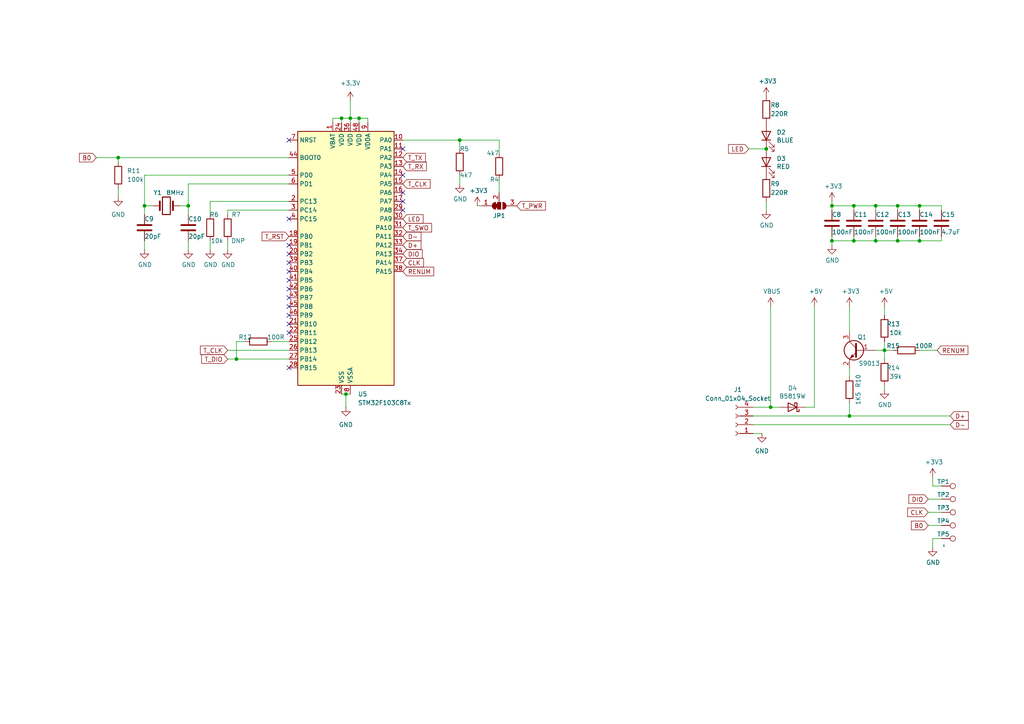
<source format=kicad_sch>
(kicad_sch (version 20231120) (generator "eeschema") (generator_version "8.0")
  (paper "A4")
  (lib_symbols
    (symbol "Connector:Conn_01x04_Socket" (pin_names (offset 1.016) hide)
      (property "Reference" "J" (at 0 5.08 0))
      (property "Value" "Conn_01x04_Socket" (at 0 -7.62 0))
      (symbol "Conn_01x04_Socket_1_1"
        (arc (start 0 -4.572) (mid -0.5058 -5.08) (end 0 -5.588) (stroke (width 0.1524)))
        (arc (start 0 -2.032) (mid -0.5058 -2.54) (end 0 -3.048) (stroke (width 0.1524)))
        (polyline (pts (xy -1.27 -5.08) (xy -0.508 -5.08)) (stroke (width 0.1524)))
        (polyline (pts (xy -1.27 -2.54) (xy -0.508 -2.54)) (stroke (width 0.1524)))
        (polyline (pts (xy -1.27 0) (xy -0.508 0)) (stroke (width 0.1524)))
        (polyline (pts (xy -1.27 2.54) (xy -0.508 2.54)) (stroke (width 0.1524)))
        (arc (start 0 0.508) (mid -0.5058 0) (end 0 -0.508) (stroke (width 0.1524)))
        (arc (start 0 3.048) (mid -0.5058 2.54) (end 0 2.032) (stroke (width 0.1524)))
        (pin passive line (at -5.08 2.54 0) (length 3.81) (name "Pin_1") (number "1"))
        (pin passive line (at -5.08 0 0) (length 3.81) (name "Pin_2") (number "2"))
        (pin passive line (at -5.08 -2.54 0) (length 3.81) (name "Pin_3") (number "3"))
        (pin passive line (at -5.08 -5.08 0) (length 3.81) (name "Pin_4") (number "4"))
      )
    )
    (symbol "Connector:TestPoint" (pin_numbers hide) (pin_names (offset 0.762) hide)
      (property "Reference" "TP" (at 0 6.858 0))
      (property "Value" "TestPoint" (at 0 5.08 0))
      (symbol "TestPoint_0_1"
        (circle (center 0 3.302) (radius 0.762))
      )
      (symbol "TestPoint_1_1"
        (pin passive line (at 0 0 90) (length 2.54) (name "1") (number "1"))
      )
    )
    (symbol "Device:C" (pin_numbers hide) (pin_names (offset 0.254))
      (property "Reference" "C" (at 0.635 2.54 0))
      (property "Value" "C" (at 0.635 -2.54 0))
      (symbol "C_0_1"
        (polyline (pts (xy -2.032 -0.762) (xy 2.032 -0.762)) (stroke (width 0.508)))
        (polyline (pts (xy -2.032 0.762) (xy 2.032 0.762)) (stroke (width 0.508)))
      )
      (symbol "C_1_1"
        (pin passive line (at 0 3.81 270) (length 2.794) (name "~") (number "1"))
        (pin passive line (at 0 -3.81 90) (length 2.794) (name "~") (number "2"))
      )
    )
    (symbol "Device:Crystal" (pin_numbers hide) (pin_names (offset 1.016) hide)
      (property "Reference" "Y" (at 0 3.81 0))
      (property "Value" "Crystal" (at 0 -3.81 0))
      (symbol "Crystal_0_1"
        (rectangle (start -1.143 2.54) (end 1.143 -2.54) (stroke (width 0.3048)))
        (polyline (pts (xy -2.54 0) (xy -1.905 0)))
        (polyline (pts (xy -1.905 -1.27) (xy -1.905 1.27)) (stroke (width 0.508)))
        (polyline (pts (xy 1.905 -1.27) (xy 1.905 1.27)) (stroke (width 0.508)))
        (polyline (pts (xy 2.54 0) (xy 1.905 0)))
      )
      (symbol "Crystal_1_1"
        (pin passive line (at -3.81 0 0) (length 1.27) (name "1") (number "1"))
        (pin passive line (at 3.81 0 180) (length 1.27) (name "2") (number "2"))
      )
    )
    (symbol "Device:D_Schottky" (pin_numbers hide) (pin_names (offset 1.016) hide)
      (property "Reference" "D" (at 0 2.54 0))
      (property "Value" "D_Schottky" (at 0 -2.54 0))
      (symbol "D_Schottky_0_1"
        (polyline (pts (xy 1.27 0) (xy -1.27 0)))
        (polyline (pts (xy 1.27 1.27) (xy 1.27 -1.27) (xy -1.27 0) (xy 1.27 1.27)) (stroke (width 0.254)))
        (polyline (pts (xy -1.905 0.635) (xy -1.905 1.27) (xy -1.27 1.27) (xy -1.27 -1.27) (xy -0.635 -1.27) (xy -0.635 -0.635)) (stroke (width 0.254)))
      )
      (symbol "D_Schottky_1_1"
        (pin passive line (at -3.81 0 0) (length 2.54) (name "K") (number "1"))
        (pin passive line (at 3.81 0 180) (length 2.54) (name "A") (number "2"))
      )
    )
    (symbol "Device:LED" (pin_numbers hide) (pin_names (offset 1.016) hide)
      (property "Reference" "D" (at 0 2.54 0))
      (property "Value" "LED" (at 0 -2.54 0))
      (symbol "LED_0_1"
        (polyline (pts (xy -1.27 -1.27) (xy -1.27 1.27)) (stroke (width 0.254)))
        (polyline (pts (xy -1.27 0) (xy 1.27 0)))
        (polyline (pts (xy 1.27 -1.27) (xy 1.27 1.27) (xy -1.27 0) (xy 1.27 -1.27)) (stroke (width 0.254)))
        (polyline (pts (xy -3.048 -0.762) (xy -4.572 -2.286) (xy -3.81 -2.286) (xy -4.572 -2.286) (xy -4.572 -1.524)))
        (polyline (pts (xy -1.778 -0.762) (xy -3.302 -2.286) (xy -2.54 -2.286) (xy -3.302 -2.286) (xy -3.302 -1.524)))
      )
      (symbol "LED_1_1"
        (pin passive line (at -3.81 0 0) (length 2.54) (name "K") (number "1"))
        (pin passive line (at 3.81 0 180) (length 2.54) (name "A") (number "2"))
      )
    )
    (symbol "Device:Q_NPN_BEC" (pin_names (offset 0) hide)
      (property "Reference" "Q" (at 5.08 1.27 0))
      (property "Value" "Q_NPN_BEC" (at 5.08 -1.27 0))
      (symbol "Q_NPN_BEC_0_1"
        (polyline (pts (xy 0.635 0.635) (xy 2.54 2.54)))
        (polyline (pts (xy 0.635 -0.635) (xy 2.54 -2.54) (xy 2.54 -2.54)))
        (polyline (pts (xy 0.635 1.905) (xy 0.635 -1.905) (xy 0.635 -1.905)) (stroke (width 0.508)))
        (polyline (pts (xy 1.27 -1.778) (xy 1.778 -1.27) (xy 2.286 -2.286) (xy 1.27 -1.778) (xy 1.27 -1.778)) (fill (type outline)))
        (circle (center 1.27 0) (radius 2.8194) (stroke (width 0.254)))
      )
      (symbol "Q_NPN_BEC_1_1"
        (pin input line (at -5.08 0 0) (length 5.715) (name "B") (number "1"))
        (pin passive line (at 2.54 -5.08 90) (length 2.54) (name "E") (number "2"))
        (pin passive line (at 2.54 5.08 270) (length 2.54) (name "C") (number "3"))
      )
    )
    (symbol "Device:R" (pin_numbers hide) (pin_names (offset 0))
      (property "Reference" "R" (at 2.032 0 90))
      (property "Value" "R" (at 0 0 90))
      (symbol "R_0_1"
        (rectangle (start -1.016 -2.54) (end 1.016 2.54) (stroke (width 0.254)))
      )
      (symbol "R_1_1"
        (pin passive line (at 0 3.81 270) (length 1.27) (name "~") (number "1"))
        (pin passive line (at 0 -3.81 90) (length 1.27) (name "~") (number "2"))
      )
    )
    (symbol "GND_1" (power) (pin_numbers hide) (pin_names (offset 0) hide)
      (property "Value" "GND" (at 0 -3.81 0))
      (symbol "GND_1_0_1"
        (polyline (pts (xy 0 0) (xy 0 -1.27) (xy 1.27 -1.27) (xy 0 -2.54) (xy -1.27 -1.27) (xy 0 -1.27)))
      )
      (symbol "GND_1_1_1"
        (pin power_in line (at 0 0 270) (length 0) (name "~") (number "1"))
      )
    )
    (symbol "GND_2" (power) (pin_numbers hide) (pin_names (offset 0) hide)
      (property "Value" "GND" (at 0 -3.81 0))
      (symbol "GND_2_0_1"
        (polyline (pts (xy 0 0) (xy 0 -1.27) (xy 1.27 -1.27) (xy 0 -2.54) (xy -1.27 -1.27) (xy 0 -1.27)))
      )
      (symbol "GND_2_1_1"
        (pin power_in line (at 0 0 270) (length 0) (name "~") (number "1"))
      )
    )
    (symbol "GND_3" (power) (pin_numbers hide) (pin_names (offset 0) hide)
      (property "Value" "GND" (at 0 -3.81 0))
      (symbol "GND_3_0_1"
        (polyline (pts (xy 0 0) (xy 0 -1.27) (xy 1.27 -1.27) (xy 0 -2.54) (xy -1.27 -1.27) (xy 0 -1.27)))
      )
      (symbol "GND_3_1_1"
        (pin power_in line (at 0 0 270) (length 0) (name "~") (number "1"))
      )
    )
    (symbol "Jumper:SolderJumper_3_Bridged12" (pin_names (offset 0) hide)
      (property "Reference" "JP" (at -2.54 -2.54 0))
      (property "Value" "SolderJumper_3_Bridged12" (at 0 2.794 0))
      (symbol "SolderJumper_3_Bridged12_0_1"
        (rectangle (start -1.016 0.508) (end -0.508 -0.508) (fill (type outline)))
        (arc (start -1.016 1.016) (mid -2.0276 0) (end -1.016 -1.016))
        (arc (start -1.016 1.016) (mid -2.0276 0) (end -1.016 -1.016) (fill (type outline)))
        (rectangle (start -0.508 1.016) (end 0.508 -1.016) (fill (type outline)))
        (polyline (pts (xy -2.54 0) (xy -2.032 0)))
        (polyline (pts (xy -1.016 1.016) (xy -1.016 -1.016)))
        (polyline (pts (xy 0 -1.27) (xy 0 -1.016)))
        (polyline (pts (xy 1.016 1.016) (xy 1.016 -1.016)))
        (polyline (pts (xy 2.54 0) (xy 2.032 0)))
        (arc (start 1.016 -1.016) (mid 2.0276 0) (end 1.016 1.016))
        (arc (start 1.016 -1.016) (mid 2.0276 0) (end 1.016 1.016) (fill (type outline)))
      )
      (symbol "SolderJumper_3_Bridged12_1_1"
        (pin passive line (at -5.08 0 0) (length 2.54) (name "A") (number "1"))
        (pin input line (at 0 -3.81 90) (length 2.54) (name "C") (number "2"))
        (pin passive line (at 5.08 0 180) (length 2.54) (name "B") (number "3"))
      )
    )
    (symbol "MCU_ST_STM32F1:STM32F103C8Tx"
      (property "Reference" "U" (at -12.7 39.37 0))
      (property "Value" "STM32F103C8Tx" (at 10.16 39.37 0))
      (symbol "STM32F103C8Tx_0_1"
        (rectangle (start -12.7 -35.56) (end 15.24 38.1) (stroke (width 0.254)) (fill (type background)))
      )
      (symbol "STM32F103C8Tx_1_1"
        (pin power_in line (at -2.54 40.64 270) (length 2.54) (name "VBAT") (number "1"))
        (pin bidirectional line (at 17.78 35.56 180) (length 2.54) (name "PA0") (number "10"))
        (pin bidirectional line (at 17.78 33.02 180) (length 2.54) (name "PA1") (number "11"))
        (pin bidirectional line (at 17.78 30.48 180) (length 2.54) (name "PA2") (number "12"))
        (pin bidirectional line (at 17.78 27.94 180) (length 2.54) (name "PA3") (number "13"))
        (pin bidirectional line (at 17.78 25.4 180) (length 2.54) (name "PA4") (number "14"))
        (pin bidirectional line (at 17.78 22.86 180) (length 2.54) (name "PA5") (number "15"))
        (pin bidirectional line (at 17.78 20.32 180) (length 2.54) (name "PA6") (number "16"))
        (pin bidirectional line (at 17.78 17.78 180) (length 2.54) (name "PA7") (number "17"))
        (pin bidirectional line (at -15.24 7.62 0) (length 2.54) (name "PB0") (number "18"))
        (pin bidirectional line (at -15.24 5.08 0) (length 2.54) (name "PB1") (number "19"))
        (pin bidirectional line (at -15.24 17.78 0) (length 2.54) (name "PC13") (number "2"))
        (pin bidirectional line (at -15.24 2.54 0) (length 2.54) (name "PB2") (number "20"))
        (pin bidirectional line (at -15.24 -17.78 0) (length 2.54) (name "PB10") (number "21"))
        (pin bidirectional line (at -15.24 -20.32 0) (length 2.54) (name "PB11") (number "22"))
        (pin power_in line (at 0 -38.1 90) (length 2.54) (name "VSS") (number "23"))
        (pin power_in line (at 0 40.64 270) (length 2.54) (name "VDD") (number "24"))
        (pin bidirectional line (at -15.24 -22.86 0) (length 2.54) (name "PB12") (number "25"))
        (pin bidirectional line (at -15.24 -25.4 0) (length 2.54) (name "PB13") (number "26"))
        (pin bidirectional line (at -15.24 -27.94 0) (length 2.54) (name "PB14") (number "27"))
        (pin bidirectional line (at -15.24 -30.48 0) (length 2.54) (name "PB15") (number "28"))
        (pin bidirectional line (at 17.78 15.24 180) (length 2.54) (name "PA8") (number "29"))
        (pin bidirectional line (at -15.24 15.24 0) (length 2.54) (name "PC14") (number "3"))
        (pin bidirectional line (at 17.78 12.7 180) (length 2.54) (name "PA9") (number "30"))
        (pin bidirectional line (at 17.78 10.16 180) (length 2.54) (name "PA10") (number "31"))
        (pin bidirectional line (at 17.78 7.62 180) (length 2.54) (name "PA11") (number "32"))
        (pin bidirectional line (at 17.78 5.08 180) (length 2.54) (name "PA12") (number "33"))
        (pin bidirectional line (at 17.78 2.54 180) (length 2.54) (name "PA13") (number "34"))
        (pin passive line (at 0 -38.1 90) (length 2.54) hide (name "VSS") (number "35"))
        (pin power_in line (at 2.54 40.64 270) (length 2.54) (name "VDD") (number "36"))
        (pin bidirectional line (at 17.78 0 180) (length 2.54) (name "PA14") (number "37"))
        (pin bidirectional line (at 17.78 -2.54 180) (length 2.54) (name "PA15") (number "38"))
        (pin bidirectional line (at -15.24 0 0) (length 2.54) (name "PB3") (number "39"))
        (pin bidirectional line (at -15.24 12.7 0) (length 2.54) (name "PC15") (number "4"))
        (pin bidirectional line (at -15.24 -2.54 0) (length 2.54) (name "PB4") (number "40"))
        (pin bidirectional line (at -15.24 -5.08 0) (length 2.54) (name "PB5") (number "41"))
        (pin bidirectional line (at -15.24 -7.62 0) (length 2.54) (name "PB6") (number "42"))
        (pin bidirectional line (at -15.24 -10.16 0) (length 2.54) (name "PB7") (number "43"))
        (pin input line (at -15.24 30.48 0) (length 2.54) (name "BOOT0") (number "44"))
        (pin bidirectional line (at -15.24 -12.7 0) (length 2.54) (name "PB8") (number "45"))
        (pin bidirectional line (at -15.24 -15.24 0) (length 2.54) (name "PB9") (number "46"))
        (pin passive line (at 0 -38.1 90) (length 2.54) hide (name "VSS") (number "47"))
        (pin power_in line (at 5.08 40.64 270) (length 2.54) (name "VDD") (number "48"))
        (pin bidirectional line (at -15.24 25.4 0) (length 2.54) (name "PD0") (number "5"))
        (pin bidirectional line (at -15.24 22.86 0) (length 2.54) (name "PD1") (number "6"))
        (pin input line (at -15.24 35.56 0) (length 2.54) (name "NRST") (number "7"))
        (pin power_in line (at 2.54 -38.1 90) (length 2.54) (name "VSSA") (number "8"))
        (pin power_in line (at 7.62 40.64 270) (length 2.54) (name "VDDA") (number "9"))
      )
    )
    (symbol "power:+3.3V" (power) (pin_numbers hide) (pin_names (offset 0) hide)
      (property "Value" "+3.3V" (at 0 3.556 0))
      (symbol "+3.3V_0_1"
        (polyline (pts (xy -0.762 1.27) (xy 0 2.54)))
        (polyline (pts (xy 0 0) (xy 0 2.54)))
        (polyline (pts (xy 0 2.54) (xy 0.762 1.27)))
      )
      (symbol "+3.3V_1_1"
        (pin power_in line (at 0 0 90) (length 0) (name "~") (number "1"))
      )
    )
    (symbol "power:+3V3" (power) (pin_names (offset 0))
      (property "Value" "+3V3" (at 0 3.556 0))
      (symbol "+3V3_0_1"
        (polyline (pts (xy -0.762 1.27) (xy 0 2.54)))
        (polyline (pts (xy 0 0) (xy 0 2.54)))
        (polyline (pts (xy 0 2.54) (xy 0.762 1.27)))
      )
      (symbol "+3V3_1_1"
        (pin power_in line (at 0 0 90) (length 0) hide (name "+3V3") (number "1"))
      )
    )
    (symbol "power:+5V" (power) (pin_names (offset 0))
      (property "Value" "+5V" (at 0 3.556 0))
      (symbol "+5V_0_1"
        (polyline (pts (xy -0.762 1.27) (xy 0 2.54)))
        (polyline (pts (xy 0 0) (xy 0 2.54)))
        (polyline (pts (xy 0 2.54) (xy 0.762 1.27)))
      )
      (symbol "+5V_1_1"
        (pin power_in line (at 0 0 90) (length 0) hide (name "+5V") (number "1"))
      )
    )
    (symbol "power:GND" (power) (pin_names (offset 0))
      (property "Value" "GND" (at 0 -3.81 0))
      (symbol "GND_0_1"
        (polyline (pts (xy 0 0) (xy 0 -1.27) (xy 1.27 -1.27) (xy 0 -2.54) (xy -1.27 -1.27) (xy 0 -1.27)))
      )
      (symbol "GND_1_1"
        (pin power_in line (at 0 0 270) (length 0) hide (name "GND") (number "1"))
      )
    )
    (symbol "power:VBUS" (power) (pin_names (offset 0))
      (property "Value" "VBUS" (at 0 3.81 0))
      (symbol "VBUS_0_1"
        (polyline (pts (xy -0.762 1.27) (xy 0 2.54)))
        (polyline (pts (xy 0 0) (xy 0 2.54)))
        (polyline (pts (xy 0 2.54) (xy 0.762 1.27)))
      )
      (symbol "VBUS_1_1"
        (pin power_in line (at 0 0 90) (length 0) hide (name "VBUS") (number "1"))
      )
    )
  )
  (junction (at 101.6 34.29))
  (junction (at 241.3 59.69))
  (junction (at 247.65 59.69))
  (junction (at 266.7 59.69))
  (junction (at 254 69.85))
  (junction (at 223.52 118.11))
  (junction (at 260.35 59.69))
  (junction (at 247.65 69.85))
  (junction (at 266.7 69.85))
  (junction (at 68.58 104.14))
  (junction (at 246.38 120.65))
  (junction (at 54.61 59.69))
  (junction (at 222.25 43.18))
  (junction (at 254 59.69))
  (junction (at 100.33 114.3))
  (junction (at 104.14 34.29))
  (junction (at 260.35 69.85))
  (junction (at 256.54 101.6))
  (junction (at 133.35 40.64))
  (junction (at 99.06 34.29))
  (junction (at 34.29 45.72))
  (junction (at 41.91 59.69))
  (junction (at 241.3 69.85))
  (no_connect (at 83.82 73.66))
  (no_connect (at 83.82 40.64))
  (no_connect (at 83.82 63.5))
  (no_connect (at 116.84 50.8))
  (no_connect (at 83.82 88.9))
  (no_connect (at 116.84 60.96))
  (no_connect (at 116.84 58.42))
  (no_connect (at 83.82 96.52))
  (no_connect (at 83.82 106.68))
  (no_connect (at 116.84 43.18))
  (no_connect (at 83.82 93.98))
  (no_connect (at 83.82 76.2))
  (no_connect (at 83.82 71.12))
  (no_connect (at 83.82 91.44))
  (no_connect (at 116.84 55.88))
  (no_connect (at 83.82 81.28))
  (no_connect (at 83.82 86.36))
  (no_connect (at 83.82 78.74))
  (no_connect (at 83.82 83.82))
  (wire (pts (xy 44.45 59.69) (xy 41.91 59.69)))
  (wire (pts (xy 100.33 114.3) (xy 100.33 118.11)))
  (wire (pts (xy 138.43 59.69) (xy 139.7 59.69)))
  (wire (pts (xy 99.06 34.29) (xy 99.06 35.56)))
  (wire (pts (xy 266.7 59.69) (xy 266.7 60.96)))
  (wire (pts (xy 246.38 120.65) (xy 275.59 120.65)))
  (wire (pts (xy 60.96 69.85) (xy 60.96 72.39)))
  (wire (pts (xy 133.35 50.8) (xy 133.35 53.34)))
  (wire (pts (xy 270.51 156.21) (xy 270.51 158.75)))
  (wire (pts (xy 133.35 40.64) (xy 144.78 40.64)))
  (wire (pts (xy 266.7 68.58) (xy 266.7 69.85)))
  (wire (pts (xy 66.04 60.96) (xy 66.04 62.23)))
  (wire (pts (xy 78.74 99.06) (xy 83.82 99.06)))
  (wire (pts (xy 144.78 52.07) (xy 144.78 55.88)))
  (wire (pts (xy 101.6 34.29) (xy 104.14 34.29)))
  (wire (pts (xy 222.25 60.96) (xy 222.25 58.42)))
  (wire (pts (xy 96.52 34.29) (xy 99.06 34.29)))
  (wire (pts (xy 254 69.85) (xy 247.65 69.85)))
  (wire (pts (xy 259.08 101.6) (xy 256.54 101.6)))
  (wire (pts (xy 260.35 59.69) (xy 266.7 59.69)))
  (wire (pts (xy 236.22 118.11) (xy 236.22 88.9)))
  (wire (pts (xy 260.35 60.96) (xy 260.35 59.69)))
  (wire (pts (xy 273.05 68.58) (xy 273.05 69.85)))
  (wire (pts (xy 104.14 34.29) (xy 104.14 35.56)))
  (wire (pts (xy 246.38 106.68) (xy 246.38 109.22)))
  (wire (pts (xy 54.61 59.69) (xy 54.61 62.23)))
  (wire (pts (xy 256.54 111.76) (xy 256.54 113.03)))
  (wire (pts (xy 34.29 54.61) (xy 34.29 57.15)))
  (wire (pts (xy 104.14 34.29) (xy 106.68 34.29)))
  (wire (pts (xy 269.24 144.78) (xy 273.05 144.78)))
  (wire (pts (xy 144.78 40.64) (xy 144.78 44.45)))
  (wire (pts (xy 256.54 99.06) (xy 256.54 101.6)))
  (wire (pts (xy 256.54 88.9) (xy 256.54 91.44)))
  (wire (pts (xy 246.38 88.9) (xy 246.38 96.52)))
  (wire (pts (xy 270.51 140.97) (xy 273.05 140.97)))
  (wire (pts (xy 241.3 68.58) (xy 241.3 69.85)))
  (wire (pts (xy 41.91 69.85) (xy 41.91 72.39)))
  (wire (pts (xy 96.52 35.56) (xy 96.52 34.29)))
  (wire (pts (xy 99.06 114.3) (xy 100.33 114.3)))
  (wire (pts (xy 256.54 101.6) (xy 254 101.6)))
  (wire (pts (xy 247.65 60.96) (xy 247.65 59.69)))
  (wire (pts (xy 254 60.96) (xy 254 59.69)))
  (wire (pts (xy 223.52 118.11) (xy 226.06 118.11)))
  (wire (pts (xy 256.54 104.14) (xy 256.54 101.6)))
  (wire (pts (xy 34.29 45.72) (xy 83.82 45.72)))
  (wire (pts (xy 116.84 40.64) (xy 133.35 40.64)))
  (wire (pts (xy 270.51 138.43) (xy 270.51 140.97)))
  (wire (pts (xy 101.6 34.29) (xy 101.6 35.56)))
  (wire (pts (xy 99.06 34.29) (xy 101.6 34.29)))
  (wire (pts (xy 247.65 69.85) (xy 241.3 69.85)))
  (wire (pts (xy 273.05 156.21) (xy 270.51 156.21)))
  (wire (pts (xy 27.94 45.72) (xy 34.29 45.72)))
  (wire (pts (xy 241.3 59.69) (xy 241.3 58.42)))
  (wire (pts (xy 52.07 59.69) (xy 54.61 59.69)))
  (wire (pts (xy 100.33 114.3) (xy 101.6 114.3)))
  (wire (pts (xy 71.12 99.06) (xy 68.58 99.06)))
  (wire (pts (xy 260.35 68.58) (xy 260.35 69.85)))
  (wire (pts (xy 218.44 125.73) (xy 220.98 125.73)))
  (wire (pts (xy 101.6 29.21) (xy 101.6 34.29)))
  (wire (pts (xy 41.91 50.8) (xy 41.91 59.69)))
  (wire (pts (xy 66.04 69.85) (xy 66.04 72.39)))
  (wire (pts (xy 254 59.69) (xy 247.65 59.69)))
  (wire (pts (xy 66.04 60.96) (xy 83.82 60.96)))
  (wire (pts (xy 83.82 104.14) (xy 68.58 104.14)))
  (wire (pts (xy 54.61 53.34) (xy 83.82 53.34)))
  (wire (pts (xy 54.61 69.85) (xy 54.61 72.39)))
  (wire (pts (xy 273.05 69.85) (xy 266.7 69.85)))
  (wire (pts (xy 273.05 152.4) (xy 269.24 152.4)))
  (wire (pts (xy 60.96 58.42) (xy 83.82 58.42)))
  (wire (pts (xy 218.44 118.11) (xy 223.52 118.11)))
  (wire (pts (xy 60.96 58.42) (xy 60.96 62.23)))
  (wire (pts (xy 254 68.58) (xy 254 69.85)))
  (wire (pts (xy 273.05 59.69) (xy 266.7 59.69)))
  (wire (pts (xy 273.05 60.96) (xy 273.05 59.69)))
  (wire (pts (xy 41.91 50.8) (xy 83.82 50.8)))
  (wire (pts (xy 106.68 35.56) (xy 106.68 34.29)))
  (wire (pts (xy 247.65 59.69) (xy 241.3 59.69)))
  (wire (pts (xy 41.91 59.69) (xy 41.91 62.23)))
  (wire (pts (xy 241.3 69.85) (xy 241.3 71.12)))
  (wire (pts (xy 133.35 40.64) (xy 133.35 43.18)))
  (wire (pts (xy 247.65 68.58) (xy 247.65 69.85)))
  (wire (pts (xy 260.35 59.69) (xy 254 59.69)))
  (wire (pts (xy 218.44 123.19) (xy 275.59 123.19)))
  (wire (pts (xy 218.44 120.65) (xy 246.38 120.65)))
  (wire (pts (xy 54.61 53.34) (xy 54.61 59.69)))
  (wire (pts (xy 241.3 60.96) (xy 241.3 59.69)))
  (wire (pts (xy 223.52 88.9) (xy 223.52 118.11)))
  (wire (pts (xy 233.68 118.11) (xy 236.22 118.11)))
  (wire (pts (xy 271.78 101.6) (xy 266.7 101.6)))
  (wire (pts (xy 266.7 69.85) (xy 260.35 69.85)))
  (wire (pts (xy 83.82 101.6) (xy 66.04 101.6)))
  (wire (pts (xy 246.38 116.84) (xy 246.38 120.65)))
  (wire (pts (xy 68.58 104.14) (xy 66.04 104.14)))
  (wire (pts (xy 273.05 148.59) (xy 269.24 148.59)))
  (wire (pts (xy 68.58 99.06) (xy 68.58 104.14)))
  (wire (pts (xy 34.29 46.99) (xy 34.29 45.72)))
  (wire (pts (xy 222.25 43.18) (xy 217.17 43.18)))
  (wire (pts (xy 260.35 69.85) (xy 254 69.85)))
  (global_label "T_PWR" (shape input) (at 149.86 59.69 0) (property "Intersheetrefs" "${INTERSHEET_REFS}" (effects (hide yes))))
  (global_label "T_TX" (shape input) (at 116.84 45.72 0) (property "Intersheetrefs" "${INTERSHEET_REFS}" (effects (hide yes))))
  (global_label "T_RST" (shape input) (at 83.82 68.58 180) (property "Intersheetrefs" "${INTERSHEET_REFS}" (effects (hide yes))))
  (global_label "T_RX" (shape input) (at 116.84 48.26 0) (property "Intersheetrefs" "${INTERSHEET_REFS}" (effects (hide yes))))
  (global_label "D-" (shape input) (at 275.59 123.19 0) (property "Intersheetrefs" "${INTERSHEET_REFS}" (effects (hide yes))))
  (global_label "T_CLK" (shape input) (at 66.04 101.6 180) (property "Intersheetrefs" "${INTERSHEET_REFS}" (effects (hide yes))))
  (global_label "T_SWO" (shape input) (at 116.84 66.04 0) (property "Intersheetrefs" "${INTERSHEET_REFS}" (effects (hide yes))))
  (global_label "DIO" (shape input) (at 269.24 144.78 180) (property "Intersheetrefs" "${INTERSHEET_REFS}" (effects (hide yes))))
  (global_label "D+" (shape input) (at 116.84 71.12 0) (property "Intersheetrefs" "${INTERSHEET_REFS}" (effects (hide yes))))
  (global_label "DIO" (shape input) (at 116.84 73.66 0) (property "Intersheetrefs" "${INTERSHEET_REFS}" (effects (hide yes))))
  (global_label "CLK" (shape input) (at 269.24 148.59 180) (property "Intersheetrefs" "${INTERSHEET_REFS}" (effects (hide yes))))
  (global_label "T_CLK" (shape input) (at 116.84 53.34 0) (property "Intersheetrefs" "${INTERSHEET_REFS}" (effects (hide yes))))
  (global_label "B0" (shape input) (at 269.24 152.4 180) (property "Intersheetrefs" "${INTERSHEET_REFS}" (effects (hide yes))))
  (global_label "D+" (shape input) (at 275.59 120.65 0) (property "Intersheetrefs" "${INTERSHEET_REFS}" (effects (hide yes))))
  (global_label "LED" (shape input) (at 116.84 63.5 0) (property "Intersheetrefs" "${INTERSHEET_REFS}" (effects (hide yes))))
  (global_label "B0" (shape input) (at 27.94 45.72 180) (property "Intersheetrefs" "${INTERSHEET_REFS}" (effects (hide yes))))
  (global_label "T_DIO" (shape input) (at 66.04 104.14 180) (property "Intersheetrefs" "${INTERSHEET_REFS}" (effects (hide yes))))
  (global_label "LED" (shape input) (at 217.17 43.18 180) (property "Intersheetrefs" "${INTERSHEET_REFS}" (effects (hide yes))))
  (global_label "RENUM" (shape input) (at 271.78 101.6 0) (property "Intersheetrefs" "${INTERSHEET_REFS}" (effects (hide yes))))
  (global_label "RENUM" (shape input) (at 116.84 78.74 0) (property "Intersheetrefs" "${INTERSHEET_REFS}" (effects (hide yes))))
  (global_label "CLK" (shape input) (at 116.84 76.2 0) (property "Intersheetrefs" "${INTERSHEET_REFS}" (effects (hide yes))))
  (global_label "D-" (shape input) (at 116.84 68.58 0) (property "Intersheetrefs" "${INTERSHEET_REFS}" (effects (hide yes))))
  (symbol (lib_id "Device:Q_NPN_BEC") (at 248.92 101.6 0) (mirror y) (unit 1)
    (property "Reference" "Q1" (at 251.46 97.79 0) (effects (justify left)))
    (property "Value" "S9013" (at 255.27 105.41 0) (effects (justify left)))
    (property "Footprint" "Package_TO_SOT_SMD:SOT-23" (effects (hide yes)))
    (property "Datasheet" "https://datasheet.lcsc.com/lcsc/1810051504_Changjiang-Electronics-Tech-CJ-S9013_C6749.pdf" (effects (hide yes)))
    (property "LCSC" "C6749" (effects (hide yes)))
  )
  (symbol (lib_id "power:+3V3") (at 270.51 138.43 0) (unit 1)
    (property "Reference" "#PWR025" (effects (hide yes)))
    (property "Value" "+3V3" (at 270.891 134.0358 0))
  )
  (symbol (lib_id "Device:R") (at 256.54 107.95 180) (unit 1)
    (property "Reference" "R14" (at 259.08 106.68 0))
    (property "Value" "39k" (at 261.62 109.22 0) (effects (justify left)))
    (property "Footprint" "Resistor_SMD:R_0402_1005Metric" (effects (hide yes)))
    (property "LCSC" "C25783" (effects (hide yes)))
  )
  (symbol (lib_name "GND_3") (lib_id "power:GND") (at 220.98 125.73 0) (unit 1)
    (property "Reference" "#PWR015" (effects (hide yes)))
    (property "Value" "GND" (at 220.98 130.81 0))
    (property "Description" "Power symbol creates a global label with name \"GND\" , ground" (effects (hide yes)))
  )
  (symbol (lib_id "Connector:TestPoint") (at 273.05 140.97 270) (unit 1)
    (property "Reference" "TP1" (at 271.78 139.7 90) (effects (justify left)))
    (property "Value" "~" (at 273.7358 142.4432 0) (effects (justify left)))
    (property "Footprint" "TestPoint:TestPoint_Pad_1.0x1.0mm" (effects (hide yes)))
  )
  (symbol (lib_name "GND_2") (lib_id "power:GND") (at 100.33 118.11 0) (unit 1)
    (property "Reference" "#PWR06" (effects (hide yes)))
    (property "Value" "GND" (at 100.33 123.19 0))
    (property "Description" "Power symbol creates a global label with name \"GND\" , ground" (effects (hide yes)))
  )
  (symbol (lib_id "power:+3V3") (at 241.3 58.42 0) (unit 1)
    (property "Reference" "#PWR023" (effects (hide yes)))
    (property "Value" "+3V3" (at 241.681 54.0258 0))
  )
  (symbol (lib_id "Device:Crystal") (at 48.26 59.69 0) (unit 1)
    (property "Reference" "Y1" (at 45.72 55.88 0))
    (property "Value" "8MHz" (at 50.8 55.88 0))
    (property "Footprint" "st-link:Crystal_SMD_5032-2Pin_5.0x3.2mm" (effects (hide yes)))
    (property "LCSC" "C115962" (effects (hide yes)))
  )
  (symbol (lib_id "power:GND") (at 66.04 72.39 0) (unit 1)
    (property "Reference" "#PWR012" (effects (hide yes)))
    (property "Value" "GND" (at 66.167 76.7842 0))
  )
  (symbol (lib_id "power:+3V3") (at 222.25 27.94 0) (unit 1)
    (property "Reference" "#PWR013" (effects (hide yes)))
    (property "Value" "+3V3" (at 222.631 23.5458 0))
  )
  (symbol (lib_id "Device:C") (at 54.61 66.04 0) (unit 1)
    (property "Reference" "C10" (at 54.61 63.5 0) (effects (justify left)))
    (property "Value" "20pF" (at 54.61 68.58 0) (effects (justify left)))
    (property "Footprint" "Capacitor_SMD:C_0402_1005Metric" (effects (hide yes)))
    (property "LCSC" "C1554" (effects (hide yes)))
  )
  (symbol (lib_id "power:+5V") (at 256.54 88.9 0) (unit 1)
    (property "Reference" "#PWR021" (effects (hide yes)))
    (property "Value" "+5V" (at 256.921 84.5058 0))
  )
  (symbol (lib_id "Device:C") (at 266.7 64.77 0) (unit 1)
    (property "Reference" "C14" (at 266.7 62.23 0) (effects (justify left)))
    (property "Value" "100nF" (at 266.7 67.31 0) (effects (justify left)))
    (property "Footprint" "Capacitor_SMD:C_0402_1005Metric" (effects (hide yes)))
    (property "LCSC" "C1525" (effects (hide yes)))
  )
  (symbol (lib_id "power:+5V") (at 236.22 88.9 0) (unit 1)
    (property "Reference" "#PWR019" (effects (hide yes)))
    (property "Value" "+5V" (at 236.601 84.5058 0))
  )
  (symbol (lib_id "Connector:Conn_01x04_Socket") (at 213.36 123.19 180) (unit 1)
    (property "Reference" "J1" (at 213.995 113.03 0))
    (property "Value" "Conn_01x04_Socket" (at 213.995 115.57 0))
    (property "Description" "Generic connector, single row, 01x04, script generated" (effects (hide yes)))
  )
  (symbol (lib_id "MCU_ST_STM32F1:STM32F103C8Tx") (at 99.06 76.2 0) (unit 1)
    (property "Reference" "U5" (at 103.7941 114.3 0) (effects (justify left)))
    (property "Value" "STM32F103C8Tx" (at 103.7941 116.84 0) (effects (justify left)))
    (property "Footprint" "Package_QFP:LQFP-48_7x7mm_P0.5mm" (effects (hide yes)))
    (property "Datasheet" "https://www.st.com/resource/en/datasheet/stm32f103c8.pdf" (effects (hide yes)))
    (property "Description" "STMicroelectronics Arm Cortex-M3 MCU, 64KB flash, 20KB RAM, 72 MHz, 2.0-3.6V, 37 GPIO, LQFP48" (effects (hide yes)))
  )
  (symbol (lib_id "power:GND") (at 41.91 72.39 0) (unit 1)
    (property "Reference" "#PWR09" (effects (hide yes)))
    (property "Value" "GND" (at 42.037 76.7842 0))
  )
  (symbol (lib_id "power:GND") (at 241.3 71.12 0) (unit 1)
    (property "Reference" "#PWR024" (effects (hide yes)))
    (property "Value" "GND" (at 241.427 75.5142 0))
  )
  (symbol (lib_id "power:+3V3") (at 246.38 88.9 0) (unit 1)
    (property "Reference" "#PWR020" (effects (hide yes)))
    (property "Value" "+3V3" (at 246.761 84.5058 0))
  )
  (symbol (lib_name "GND_1") (lib_id "power:GND") (at 34.29 57.15 0) (unit 1)
    (property "Reference" "#PWR017" (effects (hide yes)))
    (property "Value" "GND" (at 34.29 62.23 0))
    (property "Description" "Power symbol creates a global label with name \"GND\" , ground" (effects (hide yes)))
  )
  (symbol (lib_id "Device:R") (at 256.54 95.25 180) (unit 1)
    (property "Reference" "R13" (at 259.08 93.98 0))
    (property "Value" "10k" (at 261.62 96.52 0) (effects (justify left)))
    (property "Footprint" "Resistor_SMD:R_0402_1005Metric" (effects (hide yes)))
    (property "LCSC" "C25744" (effects (hide yes)))
  )
  (symbol (lib_id "Device:R") (at 222.25 31.75 180) (unit 1)
    (property "Reference" "R8" (at 224.79 30.48 0))
    (property "Value" "220R" (at 228.6 33.02 0) (effects (justify left)))
    (property "Footprint" "Resistor_SMD:R_0402_1005Metric" (effects (hide yes)))
    (property "LCSC" "C25091" (effects (hide yes)))
  )
  (symbol (lib_id "Device:R") (at 60.96 66.04 180) (unit 1)
    (property "Reference" "R6" (at 63.5 62.23 0) (effects (justify left)))
    (property "Value" "10k" (at 64.77 69.85 0) (effects (justify left)))
    (property "Footprint" "Resistor_SMD:R_0402_1005Metric" (effects (hide yes)))
    (property "LCSC" "C25744" (effects (hide yes)))
  )
  (symbol (lib_id "Device:R") (at 262.89 101.6 270) (unit 1)
    (property "Reference" "R15" (at 259.08 100.33 90))
    (property "Value" "100R" (at 267.97 100.33 90))
    (property "Footprint" "Resistor_SMD:R_0402_1005Metric" (effects (hide yes)))
    (property "LCSC" "C25076" (effects (hide yes)))
  )
  (symbol (lib_id "power:GND") (at 256.54 113.03 0) (unit 1)
    (property "Reference" "#PWR022" (effects (hide yes)))
    (property "Value" "GND" (at 256.667 117.4242 0))
  )
  (symbol (lib_id "power:GND") (at 60.96 72.39 0) (unit 1)
    (property "Reference" "#PWR011" (effects (hide yes)))
    (property "Value" "GND" (at 61.087 76.7842 0))
  )
  (symbol (lib_id "Connector:TestPoint") (at 273.05 152.4 270) (unit 1)
    (property "Reference" "TP4" (at 271.78 151.13 90) (effects (justify left)))
    (property "Value" "~" (at 273.7358 153.8732 0) (effects (justify left)))
    (property "Footprint" "TestPoint:TestPoint_Pad_1.0x1.0mm" (effects (hide yes)))
  )
  (symbol (lib_id "Connector:TestPoint") (at 273.05 144.78 270) (unit 1)
    (property "Reference" "TP2" (at 271.78 143.51 90) (effects (justify left)))
    (property "Value" "~" (at 273.7358 146.2532 0) (effects (justify left)))
    (property "Footprint" "TestPoint:TestPoint_Pad_1.0x1.0mm" (effects (hide yes)))
  )
  (symbol (lib_id "Device:R") (at 34.29 50.8 0) (unit 1)
    (property "Reference" "R11" (at 36.83 49.5299 0) (effects (justify left)))
    (property "Value" "100k" (at 36.83 52.0699 0) (effects (justify left)))
    (property "Description" "Resistor" (effects (hide yes)))
  )
  (symbol (lib_id "Device:R") (at 222.25 54.61 180) (unit 1)
    (property "Reference" "R9" (at 224.79 53.34 0))
    (property "Value" "220R" (at 228.6 55.88 0) (effects (justify left)))
    (property "Footprint" "Resistor_SMD:R_0402_1005Metric" (effects (hide yes)))
    (property "LCSC" "C25091" (effects (hide yes)))
  )
  (symbol (lib_id "power:GND") (at 54.61 72.39 0) (unit 1)
    (property "Reference" "#PWR010" (effects (hide yes)))
    (property "Value" "GND" (at 54.737 76.7842 0))
  )
  (symbol (lib_id "Device:R") (at 74.93 99.06 270) (unit 1)
    (property "Reference" "R12" (at 71.12 97.79 90))
    (property "Value" "100R" (at 80.01 97.79 90))
    (property "Footprint" "Resistor_SMD:R_0402_1005Metric" (effects (hide yes)))
    (property "LCSC" "C25076" (effects (hide yes)))
  )
  (symbol (lib_id "Device:R") (at 66.04 66.04 180) (unit 1)
    (property "Reference" "R7" (at 69.85 62.23 0) (effects (justify left)))
    (property "Value" "DNP" (at 71.12 69.85 0) (effects (justify left)))
    (property "Footprint" "Resistor_SMD:R_0402_1005Metric" (effects (hide yes)))
    (property "LCSC" "xxC25744" (effects (hide yes)))
  )
  (symbol (lib_id "Connector:TestPoint") (at 273.05 156.21 270) (unit 1)
    (property "Reference" "TP5" (at 271.78 154.94 90) (effects (justify left)))
    (property "Value" "~" (at 273.7358 157.6832 0) (effects (justify left)))
    (property "Footprint" "TestPoint:TestPoint_Pad_1.0x1.0mm" (effects (hide yes)))
  )
  (symbol (lib_id "Device:C") (at 247.65 64.77 0) (unit 1)
    (property "Reference" "C11" (at 247.65 62.23 0) (effects (justify left)))
    (property "Value" "100nF" (at 247.65 67.31 0) (effects (justify left)))
    (property "Footprint" "Capacitor_SMD:C_0402_1005Metric" (effects (hide yes)))
    (property "LCSC" "C1525" (effects (hide yes)))
  )
  (symbol (lib_id "Device:LED") (at 222.25 39.37 90) (unit 1)
    (property "Reference" "D2" (at 225.2472 38.3794 90) (effects (justify right)))
    (property "Value" "BLUE" (at 225.2472 40.6908 90) (effects (justify right)))
    (property "Footprint" "LED_SMD:LED_0603_1608Metric" (effects (hide yes)))
    (property "LCSC" "C72041" (effects (hide yes)))
  )
  (symbol (lib_id "power:+3V3") (at 138.43 59.69 0) (unit 1)
    (property "Reference" "#PWR08" (effects (hide yes)))
    (property "Value" "+3V3" (at 138.811 55.2958 0))
  )
  (symbol (lib_id "Device:D_Schottky") (at 229.87 118.11 180) (unit 1)
    (property "Reference" "D4" (at 229.87 112.5982 0))
    (property "Value" "B5819W" (at 229.87 114.9096 0))
    (property "Footprint" "Diode_SMD:D_SOD-123" (effects (hide yes)))
    (property "Datasheet" "https://datasheet.lcsc.com/szlcsc/Changjiang-Electronics-Tech-CJ-B5819W_C8598.pdf" (effects (hide yes)))
    (property "LCSC" "C8598" (effects (hide yes)))
  )
  (symbol (lib_id "Device:R") (at 133.35 46.99 180) (unit 1)
    (property "Reference" "R5" (at 133.35 43.18 0) (effects (justify right)))
    (property "Value" "4k7" (at 133.35 50.8 0) (effects (justify right)))
    (property "Footprint" "Resistor_SMD:R_0402_1005Metric" (effects (hide yes)))
    (property "LCSC" "C25900" (effects (hide yes)))
  )
  (symbol (lib_id "power:+3.3V") (at 101.6 29.21 0) (unit 1)
    (property "Reference" "#PWR018" (effects (hide yes)))
    (property "Value" "+3.3V" (at 101.6 24.13 0))
    (property "Description" "Power symbol creates a global label with name \"+3.3V\"" (effects (hide yes)))
  )
  (symbol (lib_id "Device:C") (at 273.05 64.77 0) (unit 1)
    (property "Reference" "C15" (at 273.05 62.23 0) (effects (justify left)))
    (property "Value" "4.7uF" (at 273.05 67.31 0) (effects (justify left)))
    (property "Footprint" "Capacitor_SMD:C_0402_1005Metric" (effects (hide yes)))
    (property "LCSC" "C1525" (effects (hide yes)))
  )
  (symbol (lib_id "Device:LED") (at 222.25 46.99 90) (unit 1)
    (property "Reference" "D3" (at 225.2472 45.9994 90) (effects (justify right)))
    (property "Value" "RED" (at 225.2472 48.3108 90) (effects (justify right)))
    (property "Footprint" "LED_SMD:LED_0603_1608Metric" (effects (hide yes)))
    (property "LCSC" "C2286" (effects (hide yes)))
  )
  (symbol (lib_id "Connector:TestPoint") (at 273.05 148.59 270) (unit 1)
    (property "Reference" "TP3" (at 271.78 147.32 90) (effects (justify left)))
    (property "Value" "~" (at 273.7358 150.0632 0) (effects (justify left)))
    (property "Footprint" "TestPoint:TestPoint_Pad_1.0x1.0mm" (effects (hide yes)))
  )
  (symbol (lib_id "Device:C") (at 241.3 64.77 0) (unit 1)
    (property "Reference" "C8" (at 241.3 62.23 0) (effects (justify left)))
    (property "Value" "100nF" (at 241.3 67.31 0) (effects (justify left)))
    (property "Footprint" "Capacitor_SMD:C_0402_1005Metric" (effects (hide yes)))
    (property "LCSC" "C1525" (effects (hide yes)))
  )
  (symbol (lib_id "Device:R") (at 246.38 113.03 180) (unit 1)
    (property "Reference" "R10" (at 248.92 110.49 90))
    (property "Value" "1K5" (at 248.92 115.57 90))
    (property "Footprint" "Resistor_SMD:R_0402_1005Metric" (effects (hide yes)))
    (property "LCSC" "C25867" (effects (hide yes)))
  )
  (symbol (lib_id "Device:C") (at 254 64.77 0) (unit 1)
    (property "Reference" "C12" (at 254 62.23 0) (effects (justify left)))
    (property "Value" "100nF" (at 254 67.31 0) (effects (justify left)))
    (property "Footprint" "Capacitor_SMD:C_0402_1005Metric" (effects (hide yes)))
    (property "LCSC" "C1525" (effects (hide yes)))
  )
  (symbol (lib_id "Device:C") (at 41.91 66.04 0) (unit 1)
    (property "Reference" "C9" (at 41.91 63.5 0) (effects (justify left)))
    (property "Value" "20pF" (at 41.91 68.58 0) (effects (justify left)))
    (property "Footprint" "Capacitor_SMD:C_0402_1005Metric" (effects (hide yes)))
    (property "LCSC" "C1554" (effects (hide yes)))
  )
  (symbol (lib_id "Device:R") (at 144.78 48.26 0) (unit 1)
    (property "Reference" "R4" (at 144.78 52.07 0) (effects (justify right)))
    (property "Value" "4k7" (at 144.78 44.45 0) (effects (justify right)))
    (property "Footprint" "Resistor_SMD:R_0402_1005Metric" (effects (hide yes)))
    (property "LCSC" "C25900" (effects (hide yes)))
  )
  (symbol (lib_id "power:GND") (at 133.35 53.34 0) (unit 1)
    (property "Reference" "#PWR07" (effects (hide yes)))
    (property "Value" "GND" (at 133.477 57.7342 0))
  )
  (symbol (lib_id "power:GND") (at 222.25 60.96 0) (unit 1)
    (property "Reference" "#PWR014" (effects (hide yes)))
    (property "Value" "GND" (at 222.377 65.3542 0))
  )
  (symbol (lib_id "Device:C") (at 260.35 64.77 0) (unit 1)
    (property "Reference" "C13" (at 260.35 62.23 0) (effects (justify left)))
    (property "Value" "100nF" (at 260.35 67.31 0) (effects (justify left)))
    (property "Footprint" "Capacitor_SMD:C_0402_1005Metric" (effects (hide yes)))
    (property "LCSC" "C1525" (effects (hide yes)))
  )
  (symbol (lib_id "Jumper:SolderJumper_3_Bridged12") (at 144.78 59.69 0) (mirror x) (unit 1)
    (property "Reference" "JP1" (at 144.78 62.5602 0))
    (property "Value" "~" (at 144.78 62.5856 0))
    (property "Footprint" "Jumper:SolderJumper-3_P1.3mm_Bridged12_Pad1.0x1.5mm" (effects (hide yes)))
  )
  (symbol (lib_id "power:GND") (at 270.51 158.75 0) (unit 1)
    (property "Reference" "#PWR026" (effects (hide yes)))
    (property "Value" "GND" (at 270.637 163.1442 0))
  )
  (symbol (lib_id "power:VBUS") (at 223.52 88.9 0) (unit 1)
    (property "Reference" "#PWR016" (effects (hide yes)))
    (property "Value" "VBUS" (at 223.901 84.5058 0))
  )
)
</source>
